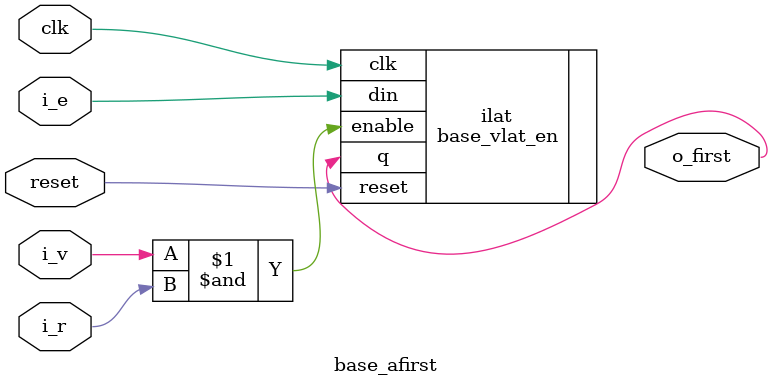
<source format=sv>
/*
 * Copyright 2017 IBM Corporation
 * Licensed to the Apache Software Foundation (ASF) under one
 * or more contributor license agreements.  See the NOTICE file
 * distributed with this work for additional information
 * regarding copyright ownership.  The ASF licenses this file
 * to you under the Apache License, Version 2.0 (the
 * "License"); you may not use this file except in compliance
 * with the License.  You may obtain a copy of the License at
 *
 *     http://www.apache.org/licenses/LICENSE-2.0
 *
 * Unless required by applicable law or agreed to in writing, software
 * distributed under the License is distributed on an "AS IS" BASIS,
 * WITHOUT WARRANTIES OR CONDITIONS OF ANY KIND, either express or implied.
 * See the License for the specific language governing permissions and
 * limitations under the License.
 *
 * Author: Andrew K Martin akmartin@us.ibm.com
 */
 
module base_afirst
  (input clk, input reset,
   input  i_r,
   input  i_v,
   input  i_e,
   output o_first
   );
   base_vlat_en#(.width(1),.rstv(1'b1)) ilat(.clk(clk),.reset(reset),.din(i_e),.q(o_first),.enable(i_v & i_r));
endmodule // base_afirst

   
   

</source>
